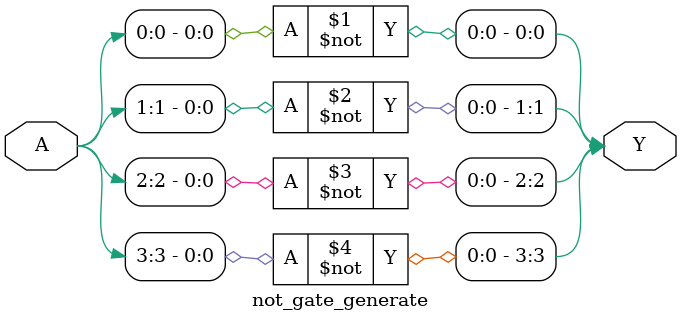
<source format=sv>
module not_gate_generate (
    input wire [3:0] A,
    output wire [3:0] Y
);
    genvar i;
    generate
        for (i = 0; i < 4; i = i + 1) begin : not_gen
            assign Y[i] = ~A[i];
        end
    endgenerate
endmodule
</source>
